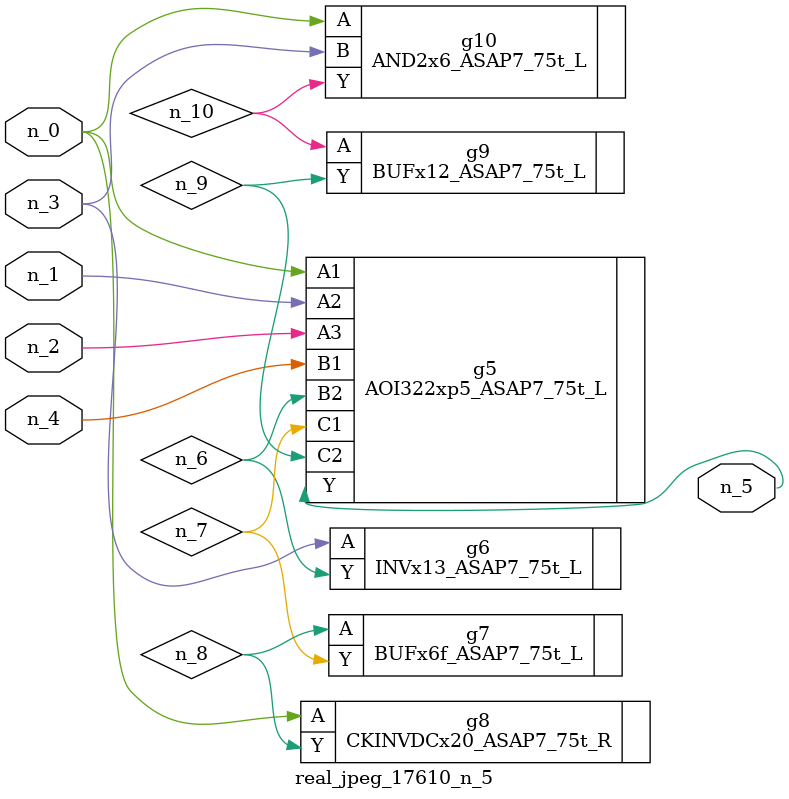
<source format=v>
module real_jpeg_17610_n_5 (n_4, n_0, n_1, n_2, n_3, n_5);

input n_4;
input n_0;
input n_1;
input n_2;
input n_3;

output n_5;

wire n_8;
wire n_6;
wire n_7;
wire n_10;
wire n_9;

AOI322xp5_ASAP7_75t_L g5 ( 
.A1(n_0),
.A2(n_1),
.A3(n_2),
.B1(n_4),
.B2(n_6),
.C1(n_7),
.C2(n_9),
.Y(n_5)
);

CKINVDCx20_ASAP7_75t_R g8 ( 
.A(n_0),
.Y(n_8)
);

AND2x6_ASAP7_75t_L g10 ( 
.A(n_0),
.B(n_3),
.Y(n_10)
);

INVx13_ASAP7_75t_L g6 ( 
.A(n_3),
.Y(n_6)
);

BUFx6f_ASAP7_75t_L g7 ( 
.A(n_8),
.Y(n_7)
);

BUFx12_ASAP7_75t_L g9 ( 
.A(n_10),
.Y(n_9)
);


endmodule
</source>
